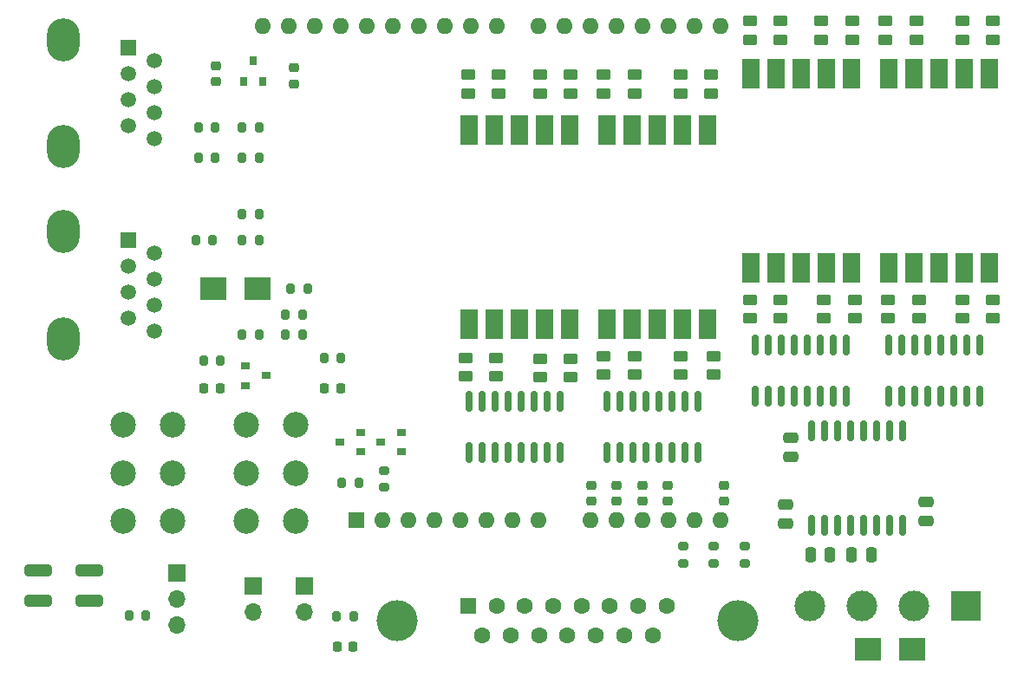
<source format=gts>
%TF.GenerationSoftware,KiCad,Pcbnew,(5.99.0-11737-gca42f31bb5)*%
%TF.CreationDate,2021-09-24T22:35:00+02:00*%
%TF.ProjectId,Drucksensor,44727563-6b73-4656-9e73-6f722e6b6963,rev?*%
%TF.SameCoordinates,Original*%
%TF.FileFunction,Soldermask,Top*%
%TF.FilePolarity,Negative*%
%FSLAX46Y46*%
G04 Gerber Fmt 4.6, Leading zero omitted, Abs format (unit mm)*
G04 Created by KiCad (PCBNEW (5.99.0-11737-gca42f31bb5)) date 2021-09-24 22:35:00*
%MOMM*%
%LPD*%
G01*
G04 APERTURE LIST*
G04 Aperture macros list*
%AMRoundRect*
0 Rectangle with rounded corners*
0 $1 Rounding radius*
0 $2 $3 $4 $5 $6 $7 $8 $9 X,Y pos of 4 corners*
0 Add a 4 corners polygon primitive as box body*
4,1,4,$2,$3,$4,$5,$6,$7,$8,$9,$2,$3,0*
0 Add four circle primitives for the rounded corners*
1,1,$1+$1,$2,$3*
1,1,$1+$1,$4,$5*
1,1,$1+$1,$6,$7*
1,1,$1+$1,$8,$9*
0 Add four rect primitives between the rounded corners*
20,1,$1+$1,$2,$3,$4,$5,0*
20,1,$1+$1,$4,$5,$6,$7,0*
20,1,$1+$1,$6,$7,$8,$9,0*
20,1,$1+$1,$8,$9,$2,$3,0*%
G04 Aperture macros list end*
%ADD10RoundRect,0.225000X0.225000X0.250000X-0.225000X0.250000X-0.225000X-0.250000X0.225000X-0.250000X0*%
%ADD11RoundRect,0.218750X-0.218750X-0.256250X0.218750X-0.256250X0.218750X0.256250X-0.218750X0.256250X0*%
%ADD12RoundRect,0.250000X-0.450000X0.262500X-0.450000X-0.262500X0.450000X-0.262500X0.450000X0.262500X0*%
%ADD13RoundRect,0.200000X-0.200000X-0.275000X0.200000X-0.275000X0.200000X0.275000X-0.200000X0.275000X0*%
%ADD14RoundRect,0.225000X0.250000X-0.225000X0.250000X0.225000X-0.250000X0.225000X-0.250000X-0.225000X0*%
%ADD15RoundRect,0.225000X-0.250000X0.225000X-0.250000X-0.225000X0.250000X-0.225000X0.250000X0.225000X0*%
%ADD16RoundRect,0.250000X-1.075000X0.312500X-1.075000X-0.312500X1.075000X-0.312500X1.075000X0.312500X0*%
%ADD17RoundRect,0.150000X-0.150000X0.825000X-0.150000X-0.825000X0.150000X-0.825000X0.150000X0.825000X0*%
%ADD18O,3.200000X4.200000*%
%ADD19R,1.500000X1.500000*%
%ADD20C,1.500000*%
%ADD21RoundRect,0.200000X0.200000X0.275000X-0.200000X0.275000X-0.200000X-0.275000X0.200000X-0.275000X0*%
%ADD22RoundRect,0.250000X0.450000X-0.262500X0.450000X0.262500X-0.450000X0.262500X-0.450000X-0.262500X0*%
%ADD23R,0.900000X0.800000*%
%ADD24RoundRect,0.250000X0.250000X0.475000X-0.250000X0.475000X-0.250000X-0.475000X0.250000X-0.475000X0*%
%ADD25R,2.500000X2.300000*%
%ADD26RoundRect,0.200000X0.275000X-0.200000X0.275000X0.200000X-0.275000X0.200000X-0.275000X-0.200000X0*%
%ADD27RoundRect,0.250000X-0.475000X0.250000X-0.475000X-0.250000X0.475000X-0.250000X0.475000X0.250000X0*%
%ADD28RoundRect,0.250000X0.475000X-0.250000X0.475000X0.250000X-0.475000X0.250000X-0.475000X-0.250000X0*%
%ADD29R,0.800000X0.900000*%
%ADD30R,1.800000X3.000000*%
%ADD31C,2.500000*%
%ADD32RoundRect,0.200000X-0.275000X0.200000X-0.275000X-0.200000X0.275000X-0.200000X0.275000X0.200000X0*%
%ADD33RoundRect,0.150000X0.150000X-0.875000X0.150000X0.875000X-0.150000X0.875000X-0.150000X-0.875000X0*%
%ADD34R,1.700000X1.700000*%
%ADD35O,1.700000X1.700000*%
%ADD36C,4.000000*%
%ADD37R,1.600000X1.600000*%
%ADD38C,1.600000*%
%ADD39O,1.600000X1.600000*%
%ADD40C,3.000000*%
%ADD41R,3.000000X3.000000*%
G04 APERTURE END LIST*
D10*
%TO.C,C106*%
X89775000Y-81000000D03*
X88225000Y-81000000D03*
%TD*%
D11*
%TO.C,D101*%
X75212500Y-55750000D03*
X76787500Y-55750000D03*
%TD*%
D12*
%TO.C,R201*%
X108000000Y-25087500D03*
X108000000Y-26912500D03*
%TD*%
D13*
%TO.C,R114*%
X74425000Y-41250000D03*
X76075000Y-41250000D03*
%TD*%
%TO.C,R104*%
X78925000Y-38750000D03*
X80575000Y-38750000D03*
%TD*%
%TO.C,R109*%
X78925000Y-50500000D03*
X80575000Y-50500000D03*
%TD*%
D14*
%TO.C,C109*%
X113000000Y-66775000D03*
X113000000Y-65225000D03*
%TD*%
D15*
%TO.C,C113*%
X84000000Y-24425000D03*
X84000000Y-25975000D03*
%TD*%
D16*
%TO.C,F101*%
X64000000Y-73537500D03*
X64000000Y-76462500D03*
%TD*%
D12*
%TO.C,R218*%
X138500000Y-19837500D03*
X138500000Y-21662500D03*
%TD*%
D17*
%TO.C,U206*%
X137945000Y-51525000D03*
X136675000Y-51525000D03*
X135405000Y-51525000D03*
X134135000Y-51525000D03*
X132865000Y-51525000D03*
X131595000Y-51525000D03*
X130325000Y-51525000D03*
X129055000Y-51525000D03*
X129055000Y-56475000D03*
X130325000Y-56475000D03*
X131595000Y-56475000D03*
X132865000Y-56475000D03*
X134135000Y-56475000D03*
X135405000Y-56475000D03*
X136675000Y-56475000D03*
X137945000Y-56475000D03*
%TD*%
D13*
%TO.C,R101*%
X75175000Y-53000000D03*
X76825000Y-53000000D03*
%TD*%
D18*
%TO.C,J103*%
X61500000Y-32127500D03*
X61500000Y-21697500D03*
D19*
X67850000Y-22467500D03*
D20*
X70390000Y-23737500D03*
X67850000Y-25007500D03*
X70390000Y-26277500D03*
X67850000Y-27547500D03*
X70390000Y-28817500D03*
X67850000Y-30087500D03*
X70390000Y-31357500D03*
%TD*%
D13*
%TO.C,R106*%
X74675000Y-33250000D03*
X76325000Y-33250000D03*
%TD*%
D12*
%TO.C,R206*%
X104000000Y-25087500D03*
X104000000Y-26912500D03*
%TD*%
D21*
%TO.C,R117*%
X89825000Y-78000000D03*
X88175000Y-78000000D03*
%TD*%
D13*
%TO.C,R110*%
X83175000Y-50500000D03*
X84825000Y-50500000D03*
%TD*%
D22*
%TO.C,R205*%
X100750000Y-54575000D03*
X100750000Y-52750000D03*
%TD*%
D13*
%TO.C,R102*%
X78925000Y-33250000D03*
X80575000Y-33250000D03*
%TD*%
D23*
%TO.C,Q101*%
X90500000Y-61950000D03*
X90500000Y-60050000D03*
X88500000Y-61000000D03*
%TD*%
D22*
%TO.C,R203*%
X108000000Y-54662500D03*
X108000000Y-52837500D03*
%TD*%
%TO.C,R229*%
X142000000Y-48912500D03*
X142000000Y-47087500D03*
%TD*%
D24*
%TO.C,C103*%
X140350000Y-72000000D03*
X138450000Y-72000000D03*
%TD*%
D22*
%TO.C,R219*%
X135750000Y-48912500D03*
X135750000Y-47087500D03*
%TD*%
D14*
%TO.C,C110*%
X115500000Y-66775000D03*
X115500000Y-65225000D03*
%TD*%
D25*
%TO.C,D105*%
X76100000Y-46000000D03*
X80400000Y-46000000D03*
%TD*%
D13*
%TO.C,R111*%
X83675000Y-46000000D03*
X85325000Y-46000000D03*
%TD*%
D26*
%TO.C,R122*%
X92800000Y-65425000D03*
X92800000Y-63775000D03*
%TD*%
D18*
%TO.C,J104*%
X61500000Y-50877500D03*
X61500000Y-40447500D03*
D19*
X67850000Y-41217500D03*
D20*
X70390000Y-42487500D03*
X67850000Y-43757500D03*
X70390000Y-45027500D03*
X67850000Y-46297500D03*
X70390000Y-47567500D03*
X67850000Y-48837500D03*
X70390000Y-50107500D03*
%TD*%
D12*
%TO.C,R231*%
X141750000Y-19837500D03*
X141750000Y-21662500D03*
%TD*%
D15*
%TO.C,C112*%
X76400000Y-24225000D03*
X76400000Y-25775000D03*
%TD*%
D12*
%TO.C,R209*%
X121750000Y-25087500D03*
X121750000Y-26912500D03*
%TD*%
D14*
%TO.C,C108*%
X120500000Y-66775000D03*
X120500000Y-65225000D03*
%TD*%
D22*
%TO.C,R213*%
X114250000Y-54412500D03*
X114250000Y-52587500D03*
%TD*%
%TO.C,R211*%
X121750000Y-54412500D03*
X121750000Y-52587500D03*
%TD*%
D27*
%TO.C,C104*%
X132000000Y-67050000D03*
X132000000Y-68950000D03*
%TD*%
%TO.C,C105*%
X145750000Y-66800000D03*
X145750000Y-68700000D03*
%TD*%
D28*
%TO.C,C101*%
X132500000Y-62450000D03*
X132500000Y-60550000D03*
%TD*%
D24*
%TO.C,C102*%
X136350000Y-72000000D03*
X134450000Y-72000000D03*
%TD*%
D14*
%TO.C,C107*%
X126000000Y-66775000D03*
X126000000Y-65225000D03*
%TD*%
D13*
%TO.C,R108*%
X78925000Y-30250000D03*
X80575000Y-30250000D03*
%TD*%
D29*
%TO.C,U101*%
X79050000Y-25750000D03*
X80950000Y-25750000D03*
X80000000Y-23750000D03*
%TD*%
D17*
%TO.C,U208*%
X150945000Y-51525000D03*
X149675000Y-51525000D03*
X148405000Y-51525000D03*
X147135000Y-51525000D03*
X145865000Y-51525000D03*
X144595000Y-51525000D03*
X143325000Y-51525000D03*
X142055000Y-51525000D03*
X142055000Y-56475000D03*
X143325000Y-56475000D03*
X144595000Y-56475000D03*
X145865000Y-56475000D03*
X147135000Y-56475000D03*
X148405000Y-56475000D03*
X149675000Y-56475000D03*
X150945000Y-56475000D03*
%TD*%
D30*
%TO.C,U207*%
X142100000Y-44000000D03*
X144550000Y-44000000D03*
X147000000Y-44000000D03*
X149450000Y-44000000D03*
X151900000Y-44000000D03*
X151900000Y-25000000D03*
X149450000Y-25000000D03*
X147000000Y-25000000D03*
X144550000Y-25000000D03*
X142100000Y-25000000D03*
%TD*%
D13*
%TO.C,R103*%
X83175000Y-48500000D03*
X84825000Y-48500000D03*
%TD*%
D17*
%TO.C,U202*%
X109945000Y-57025000D03*
X108675000Y-57025000D03*
X107405000Y-57025000D03*
X106135000Y-57025000D03*
X104865000Y-57025000D03*
X103595000Y-57025000D03*
X102325000Y-57025000D03*
X101055000Y-57025000D03*
X101055000Y-61975000D03*
X102325000Y-61975000D03*
X103595000Y-61975000D03*
X104865000Y-61975000D03*
X106135000Y-61975000D03*
X107405000Y-61975000D03*
X108675000Y-61975000D03*
X109945000Y-61975000D03*
%TD*%
D22*
%TO.C,R224*%
X138750000Y-48912500D03*
X138750000Y-47087500D03*
%TD*%
D13*
%TO.C,R121*%
X67875000Y-77900000D03*
X69525000Y-77900000D03*
%TD*%
D23*
%TO.C,Q103*%
X79250000Y-53550000D03*
X79250000Y-55450000D03*
X81250000Y-54500000D03*
%TD*%
D22*
%TO.C,R212*%
X117250000Y-54412500D03*
X117250000Y-52587500D03*
%TD*%
%TO.C,R216*%
X125000000Y-54412500D03*
X125000000Y-52587500D03*
%TD*%
D12*
%TO.C,R217*%
X135500000Y-19837500D03*
X135500000Y-21662500D03*
%TD*%
D22*
%TO.C,R228*%
X145000000Y-48912500D03*
X145000000Y-47087500D03*
%TD*%
D25*
%TO.C,D103*%
X144350000Y-81200000D03*
X140050000Y-81200000D03*
%TD*%
D12*
%TO.C,R202*%
X111000000Y-25087500D03*
X111000000Y-26912500D03*
%TD*%
%TO.C,R226*%
X152250000Y-19837500D03*
X152250000Y-21662500D03*
%TD*%
D23*
%TO.C,Q102*%
X94500000Y-61950000D03*
X94500000Y-60050000D03*
X92500000Y-61000000D03*
%TD*%
D12*
%TO.C,R214*%
X117250000Y-25087500D03*
X117250000Y-26912500D03*
%TD*%
D30*
%TO.C,U203*%
X114600000Y-49500000D03*
X117050000Y-49500000D03*
X119500000Y-49500000D03*
X121950000Y-49500000D03*
X124400000Y-49500000D03*
X124400000Y-30500000D03*
X121950000Y-30500000D03*
X119500000Y-30500000D03*
X117050000Y-30500000D03*
X114600000Y-30500000D03*
%TD*%
D22*
%TO.C,R227*%
X149250000Y-48912500D03*
X149250000Y-47087500D03*
%TD*%
%TO.C,R232*%
X152250000Y-48912500D03*
X152250000Y-47087500D03*
%TD*%
D12*
%TO.C,R225*%
X149250000Y-19837500D03*
X149250000Y-21662500D03*
%TD*%
%TO.C,R223*%
X128500000Y-19837500D03*
X128500000Y-21662500D03*
%TD*%
D22*
%TO.C,R221*%
X128500000Y-48912500D03*
X128500000Y-47087500D03*
%TD*%
D30*
%TO.C,U201*%
X101100000Y-49500000D03*
X103550000Y-49500000D03*
X106000000Y-49500000D03*
X108450000Y-49500000D03*
X110900000Y-49500000D03*
X110900000Y-30500000D03*
X108450000Y-30500000D03*
X106000000Y-30500000D03*
X103550000Y-30500000D03*
X101100000Y-30500000D03*
%TD*%
D31*
%TO.C,SW102*%
X84165000Y-59300000D03*
X84165000Y-64000000D03*
X84165000Y-68700000D03*
X79335000Y-59300000D03*
X79335000Y-64000000D03*
X79335000Y-68700000D03*
%TD*%
D13*
%TO.C,R115*%
X78925000Y-41250000D03*
X80575000Y-41250000D03*
%TD*%
D12*
%TO.C,R210*%
X124750000Y-25087500D03*
X124750000Y-26912500D03*
%TD*%
D32*
%TO.C,R119*%
X125000000Y-71175000D03*
X125000000Y-72825000D03*
%TD*%
D12*
%TO.C,R207*%
X101000000Y-25087500D03*
X101000000Y-26912500D03*
%TD*%
%TO.C,R230*%
X144750000Y-19837500D03*
X144750000Y-21662500D03*
%TD*%
D22*
%TO.C,R208*%
X111000000Y-54662500D03*
X111000000Y-52837500D03*
%TD*%
D32*
%TO.C,R120*%
X128000000Y-71175000D03*
X128000000Y-72825000D03*
%TD*%
D12*
%TO.C,R215*%
X114250000Y-25087500D03*
X114250000Y-26912500D03*
%TD*%
D30*
%TO.C,U205*%
X128600000Y-44000000D03*
X131050000Y-44000000D03*
X133500000Y-44000000D03*
X135950000Y-44000000D03*
X138400000Y-44000000D03*
X138400000Y-25000000D03*
X135950000Y-25000000D03*
X133500000Y-25000000D03*
X131050000Y-25000000D03*
X128600000Y-25000000D03*
%TD*%
D14*
%TO.C,C111*%
X118000000Y-66775000D03*
X118000000Y-65225000D03*
%TD*%
D32*
%TO.C,R118*%
X122000000Y-71175000D03*
X122000000Y-72825000D03*
%TD*%
D13*
%TO.C,R113*%
X86925000Y-52750000D03*
X88575000Y-52750000D03*
%TD*%
D17*
%TO.C,U204*%
X123445000Y-57025000D03*
X122175000Y-57025000D03*
X120905000Y-57025000D03*
X119635000Y-57025000D03*
X118365000Y-57025000D03*
X117095000Y-57025000D03*
X115825000Y-57025000D03*
X114555000Y-57025000D03*
X114555000Y-61975000D03*
X115825000Y-61975000D03*
X117095000Y-61975000D03*
X118365000Y-61975000D03*
X119635000Y-61975000D03*
X120905000Y-61975000D03*
X122175000Y-61975000D03*
X123445000Y-61975000D03*
%TD*%
D16*
%TO.C,F102*%
X59000000Y-73537500D03*
X59000000Y-76462500D03*
%TD*%
D22*
%TO.C,R204*%
X103750000Y-54575000D03*
X103750000Y-52750000D03*
%TD*%
D13*
%TO.C,R107*%
X74675000Y-30250000D03*
X76325000Y-30250000D03*
%TD*%
D33*
%TO.C,U102*%
X134555000Y-69150000D03*
X135825000Y-69150000D03*
X137095000Y-69150000D03*
X138365000Y-69150000D03*
X139635000Y-69150000D03*
X140905000Y-69150000D03*
X142175000Y-69150000D03*
X143445000Y-69150000D03*
X143445000Y-59850000D03*
X142175000Y-59850000D03*
X140905000Y-59850000D03*
X139635000Y-59850000D03*
X138365000Y-59850000D03*
X137095000Y-59850000D03*
X135825000Y-59850000D03*
X134555000Y-59850000D03*
%TD*%
D12*
%TO.C,R222*%
X131500000Y-19837500D03*
X131500000Y-21662500D03*
%TD*%
D31*
%TO.C,SW101*%
X72165000Y-59300000D03*
X72165000Y-64000000D03*
X72165000Y-68700000D03*
X67335000Y-59300000D03*
X67335000Y-64000000D03*
X67335000Y-68700000D03*
%TD*%
D11*
%TO.C,D106*%
X86962500Y-55750000D03*
X88537500Y-55750000D03*
%TD*%
D22*
%TO.C,R220*%
X131500000Y-48912500D03*
X131500000Y-47087500D03*
%TD*%
D21*
%TO.C,R112*%
X90325000Y-65000000D03*
X88675000Y-65000000D03*
%TD*%
D34*
%TO.C,J106*%
X85000000Y-75000000D03*
D35*
X85000000Y-77540000D03*
%TD*%
D36*
%TO.C,J105*%
X127345000Y-78420000D03*
X94045000Y-78420000D03*
D37*
X101000000Y-77000000D03*
D38*
X103770000Y-77000000D03*
X106540000Y-77000000D03*
X109310000Y-77000000D03*
X112080000Y-77000000D03*
X114850000Y-77000000D03*
X117620000Y-77000000D03*
X120390000Y-77000000D03*
X102385000Y-79840000D03*
X105155000Y-79840000D03*
X107925000Y-79840000D03*
X110695000Y-79840000D03*
X113465000Y-79840000D03*
X116235000Y-79840000D03*
X119005000Y-79840000D03*
%TD*%
D34*
%TO.C,J107*%
X72600000Y-73800000D03*
D35*
X72600000Y-76340000D03*
X72600000Y-78880000D03*
%TD*%
D34*
%TO.C,J102*%
X80000000Y-75000000D03*
D35*
X80000000Y-77540000D03*
%TD*%
D37*
%TO.C,A101*%
X90075000Y-68630000D03*
D39*
X92615000Y-68630000D03*
X95155000Y-68630000D03*
X97695000Y-68630000D03*
X100235000Y-68630000D03*
X102775000Y-68630000D03*
X105315000Y-68630000D03*
X107855000Y-68630000D03*
X112935000Y-68630000D03*
X115475000Y-68630000D03*
X118015000Y-68630000D03*
X120555000Y-68630000D03*
X123095000Y-68630000D03*
X125635000Y-68630000D03*
X125635000Y-20370000D03*
X123095000Y-20370000D03*
X120555000Y-20370000D03*
X118015000Y-20370000D03*
X115475000Y-20370000D03*
X112935000Y-20370000D03*
X110395000Y-20370000D03*
X107855000Y-20370000D03*
X103795000Y-20370000D03*
X101255000Y-20370000D03*
X98715000Y-20370000D03*
X96175000Y-20370000D03*
X93635000Y-20370000D03*
X91095000Y-20370000D03*
X88555000Y-20370000D03*
X86015000Y-20370000D03*
X83475000Y-20370000D03*
X80935000Y-20370000D03*
%TD*%
D40*
%TO.C,J101*%
X144540000Y-77000000D03*
D41*
X149620000Y-77000000D03*
D40*
X134380000Y-77000000D03*
X139460000Y-77000000D03*
%TD*%
M02*

</source>
